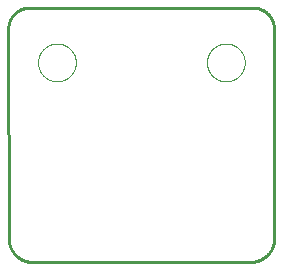
<source format=gbp>
G75*
%MOIN*%
%OFA0B0*%
%FSLAX25Y25*%
%IPPOS*%
%LPD*%
%AMOC8*
5,1,8,0,0,1.08239X$1,22.5*
%
%ADD10C,0.00000*%
%ADD11C,0.01000*%
D10*
X0011443Y0068035D02*
X0011445Y0068193D01*
X0011451Y0068351D01*
X0011461Y0068509D01*
X0011475Y0068667D01*
X0011493Y0068824D01*
X0011514Y0068981D01*
X0011540Y0069137D01*
X0011570Y0069293D01*
X0011603Y0069448D01*
X0011641Y0069601D01*
X0011682Y0069754D01*
X0011727Y0069906D01*
X0011776Y0070057D01*
X0011829Y0070206D01*
X0011885Y0070354D01*
X0011945Y0070500D01*
X0012009Y0070645D01*
X0012077Y0070788D01*
X0012148Y0070930D01*
X0012222Y0071070D01*
X0012300Y0071207D01*
X0012382Y0071343D01*
X0012466Y0071477D01*
X0012555Y0071608D01*
X0012646Y0071737D01*
X0012741Y0071864D01*
X0012838Y0071989D01*
X0012939Y0072111D01*
X0013043Y0072230D01*
X0013150Y0072347D01*
X0013260Y0072461D01*
X0013373Y0072572D01*
X0013488Y0072681D01*
X0013606Y0072786D01*
X0013727Y0072888D01*
X0013850Y0072988D01*
X0013976Y0073084D01*
X0014104Y0073177D01*
X0014234Y0073267D01*
X0014367Y0073353D01*
X0014502Y0073437D01*
X0014638Y0073516D01*
X0014777Y0073593D01*
X0014918Y0073665D01*
X0015060Y0073735D01*
X0015204Y0073800D01*
X0015350Y0073862D01*
X0015497Y0073920D01*
X0015646Y0073975D01*
X0015796Y0074026D01*
X0015947Y0074073D01*
X0016099Y0074116D01*
X0016252Y0074155D01*
X0016407Y0074191D01*
X0016562Y0074222D01*
X0016718Y0074250D01*
X0016874Y0074274D01*
X0017031Y0074294D01*
X0017189Y0074310D01*
X0017346Y0074322D01*
X0017505Y0074330D01*
X0017663Y0074334D01*
X0017821Y0074334D01*
X0017979Y0074330D01*
X0018138Y0074322D01*
X0018295Y0074310D01*
X0018453Y0074294D01*
X0018610Y0074274D01*
X0018766Y0074250D01*
X0018922Y0074222D01*
X0019077Y0074191D01*
X0019232Y0074155D01*
X0019385Y0074116D01*
X0019537Y0074073D01*
X0019688Y0074026D01*
X0019838Y0073975D01*
X0019987Y0073920D01*
X0020134Y0073862D01*
X0020280Y0073800D01*
X0020424Y0073735D01*
X0020566Y0073665D01*
X0020707Y0073593D01*
X0020846Y0073516D01*
X0020982Y0073437D01*
X0021117Y0073353D01*
X0021250Y0073267D01*
X0021380Y0073177D01*
X0021508Y0073084D01*
X0021634Y0072988D01*
X0021757Y0072888D01*
X0021878Y0072786D01*
X0021996Y0072681D01*
X0022111Y0072572D01*
X0022224Y0072461D01*
X0022334Y0072347D01*
X0022441Y0072230D01*
X0022545Y0072111D01*
X0022646Y0071989D01*
X0022743Y0071864D01*
X0022838Y0071737D01*
X0022929Y0071608D01*
X0023018Y0071477D01*
X0023102Y0071343D01*
X0023184Y0071207D01*
X0023262Y0071070D01*
X0023336Y0070930D01*
X0023407Y0070788D01*
X0023475Y0070645D01*
X0023539Y0070500D01*
X0023599Y0070354D01*
X0023655Y0070206D01*
X0023708Y0070057D01*
X0023757Y0069906D01*
X0023802Y0069754D01*
X0023843Y0069601D01*
X0023881Y0069448D01*
X0023914Y0069293D01*
X0023944Y0069137D01*
X0023970Y0068981D01*
X0023991Y0068824D01*
X0024009Y0068667D01*
X0024023Y0068509D01*
X0024033Y0068351D01*
X0024039Y0068193D01*
X0024041Y0068035D01*
X0024039Y0067877D01*
X0024033Y0067719D01*
X0024023Y0067561D01*
X0024009Y0067403D01*
X0023991Y0067246D01*
X0023970Y0067089D01*
X0023944Y0066933D01*
X0023914Y0066777D01*
X0023881Y0066622D01*
X0023843Y0066469D01*
X0023802Y0066316D01*
X0023757Y0066164D01*
X0023708Y0066013D01*
X0023655Y0065864D01*
X0023599Y0065716D01*
X0023539Y0065570D01*
X0023475Y0065425D01*
X0023407Y0065282D01*
X0023336Y0065140D01*
X0023262Y0065000D01*
X0023184Y0064863D01*
X0023102Y0064727D01*
X0023018Y0064593D01*
X0022929Y0064462D01*
X0022838Y0064333D01*
X0022743Y0064206D01*
X0022646Y0064081D01*
X0022545Y0063959D01*
X0022441Y0063840D01*
X0022334Y0063723D01*
X0022224Y0063609D01*
X0022111Y0063498D01*
X0021996Y0063389D01*
X0021878Y0063284D01*
X0021757Y0063182D01*
X0021634Y0063082D01*
X0021508Y0062986D01*
X0021380Y0062893D01*
X0021250Y0062803D01*
X0021117Y0062717D01*
X0020982Y0062633D01*
X0020846Y0062554D01*
X0020707Y0062477D01*
X0020566Y0062405D01*
X0020424Y0062335D01*
X0020280Y0062270D01*
X0020134Y0062208D01*
X0019987Y0062150D01*
X0019838Y0062095D01*
X0019688Y0062044D01*
X0019537Y0061997D01*
X0019385Y0061954D01*
X0019232Y0061915D01*
X0019077Y0061879D01*
X0018922Y0061848D01*
X0018766Y0061820D01*
X0018610Y0061796D01*
X0018453Y0061776D01*
X0018295Y0061760D01*
X0018138Y0061748D01*
X0017979Y0061740D01*
X0017821Y0061736D01*
X0017663Y0061736D01*
X0017505Y0061740D01*
X0017346Y0061748D01*
X0017189Y0061760D01*
X0017031Y0061776D01*
X0016874Y0061796D01*
X0016718Y0061820D01*
X0016562Y0061848D01*
X0016407Y0061879D01*
X0016252Y0061915D01*
X0016099Y0061954D01*
X0015947Y0061997D01*
X0015796Y0062044D01*
X0015646Y0062095D01*
X0015497Y0062150D01*
X0015350Y0062208D01*
X0015204Y0062270D01*
X0015060Y0062335D01*
X0014918Y0062405D01*
X0014777Y0062477D01*
X0014638Y0062554D01*
X0014502Y0062633D01*
X0014367Y0062717D01*
X0014234Y0062803D01*
X0014104Y0062893D01*
X0013976Y0062986D01*
X0013850Y0063082D01*
X0013727Y0063182D01*
X0013606Y0063284D01*
X0013488Y0063389D01*
X0013373Y0063498D01*
X0013260Y0063609D01*
X0013150Y0063723D01*
X0013043Y0063840D01*
X0012939Y0063959D01*
X0012838Y0064081D01*
X0012741Y0064206D01*
X0012646Y0064333D01*
X0012555Y0064462D01*
X0012466Y0064593D01*
X0012382Y0064727D01*
X0012300Y0064863D01*
X0012222Y0065000D01*
X0012148Y0065140D01*
X0012077Y0065282D01*
X0012009Y0065425D01*
X0011945Y0065570D01*
X0011885Y0065716D01*
X0011829Y0065864D01*
X0011776Y0066013D01*
X0011727Y0066164D01*
X0011682Y0066316D01*
X0011641Y0066469D01*
X0011603Y0066622D01*
X0011570Y0066777D01*
X0011540Y0066933D01*
X0011514Y0067089D01*
X0011493Y0067246D01*
X0011475Y0067403D01*
X0011461Y0067561D01*
X0011451Y0067719D01*
X0011445Y0067877D01*
X0011443Y0068035D01*
X0067742Y0068035D02*
X0067744Y0068193D01*
X0067750Y0068351D01*
X0067760Y0068509D01*
X0067774Y0068667D01*
X0067792Y0068824D01*
X0067813Y0068981D01*
X0067839Y0069137D01*
X0067869Y0069293D01*
X0067902Y0069448D01*
X0067940Y0069601D01*
X0067981Y0069754D01*
X0068026Y0069906D01*
X0068075Y0070057D01*
X0068128Y0070206D01*
X0068184Y0070354D01*
X0068244Y0070500D01*
X0068308Y0070645D01*
X0068376Y0070788D01*
X0068447Y0070930D01*
X0068521Y0071070D01*
X0068599Y0071207D01*
X0068681Y0071343D01*
X0068765Y0071477D01*
X0068854Y0071608D01*
X0068945Y0071737D01*
X0069040Y0071864D01*
X0069137Y0071989D01*
X0069238Y0072111D01*
X0069342Y0072230D01*
X0069449Y0072347D01*
X0069559Y0072461D01*
X0069672Y0072572D01*
X0069787Y0072681D01*
X0069905Y0072786D01*
X0070026Y0072888D01*
X0070149Y0072988D01*
X0070275Y0073084D01*
X0070403Y0073177D01*
X0070533Y0073267D01*
X0070666Y0073353D01*
X0070801Y0073437D01*
X0070937Y0073516D01*
X0071076Y0073593D01*
X0071217Y0073665D01*
X0071359Y0073735D01*
X0071503Y0073800D01*
X0071649Y0073862D01*
X0071796Y0073920D01*
X0071945Y0073975D01*
X0072095Y0074026D01*
X0072246Y0074073D01*
X0072398Y0074116D01*
X0072551Y0074155D01*
X0072706Y0074191D01*
X0072861Y0074222D01*
X0073017Y0074250D01*
X0073173Y0074274D01*
X0073330Y0074294D01*
X0073488Y0074310D01*
X0073645Y0074322D01*
X0073804Y0074330D01*
X0073962Y0074334D01*
X0074120Y0074334D01*
X0074278Y0074330D01*
X0074437Y0074322D01*
X0074594Y0074310D01*
X0074752Y0074294D01*
X0074909Y0074274D01*
X0075065Y0074250D01*
X0075221Y0074222D01*
X0075376Y0074191D01*
X0075531Y0074155D01*
X0075684Y0074116D01*
X0075836Y0074073D01*
X0075987Y0074026D01*
X0076137Y0073975D01*
X0076286Y0073920D01*
X0076433Y0073862D01*
X0076579Y0073800D01*
X0076723Y0073735D01*
X0076865Y0073665D01*
X0077006Y0073593D01*
X0077145Y0073516D01*
X0077281Y0073437D01*
X0077416Y0073353D01*
X0077549Y0073267D01*
X0077679Y0073177D01*
X0077807Y0073084D01*
X0077933Y0072988D01*
X0078056Y0072888D01*
X0078177Y0072786D01*
X0078295Y0072681D01*
X0078410Y0072572D01*
X0078523Y0072461D01*
X0078633Y0072347D01*
X0078740Y0072230D01*
X0078844Y0072111D01*
X0078945Y0071989D01*
X0079042Y0071864D01*
X0079137Y0071737D01*
X0079228Y0071608D01*
X0079317Y0071477D01*
X0079401Y0071343D01*
X0079483Y0071207D01*
X0079561Y0071070D01*
X0079635Y0070930D01*
X0079706Y0070788D01*
X0079774Y0070645D01*
X0079838Y0070500D01*
X0079898Y0070354D01*
X0079954Y0070206D01*
X0080007Y0070057D01*
X0080056Y0069906D01*
X0080101Y0069754D01*
X0080142Y0069601D01*
X0080180Y0069448D01*
X0080213Y0069293D01*
X0080243Y0069137D01*
X0080269Y0068981D01*
X0080290Y0068824D01*
X0080308Y0068667D01*
X0080322Y0068509D01*
X0080332Y0068351D01*
X0080338Y0068193D01*
X0080340Y0068035D01*
X0080338Y0067877D01*
X0080332Y0067719D01*
X0080322Y0067561D01*
X0080308Y0067403D01*
X0080290Y0067246D01*
X0080269Y0067089D01*
X0080243Y0066933D01*
X0080213Y0066777D01*
X0080180Y0066622D01*
X0080142Y0066469D01*
X0080101Y0066316D01*
X0080056Y0066164D01*
X0080007Y0066013D01*
X0079954Y0065864D01*
X0079898Y0065716D01*
X0079838Y0065570D01*
X0079774Y0065425D01*
X0079706Y0065282D01*
X0079635Y0065140D01*
X0079561Y0065000D01*
X0079483Y0064863D01*
X0079401Y0064727D01*
X0079317Y0064593D01*
X0079228Y0064462D01*
X0079137Y0064333D01*
X0079042Y0064206D01*
X0078945Y0064081D01*
X0078844Y0063959D01*
X0078740Y0063840D01*
X0078633Y0063723D01*
X0078523Y0063609D01*
X0078410Y0063498D01*
X0078295Y0063389D01*
X0078177Y0063284D01*
X0078056Y0063182D01*
X0077933Y0063082D01*
X0077807Y0062986D01*
X0077679Y0062893D01*
X0077549Y0062803D01*
X0077416Y0062717D01*
X0077281Y0062633D01*
X0077145Y0062554D01*
X0077006Y0062477D01*
X0076865Y0062405D01*
X0076723Y0062335D01*
X0076579Y0062270D01*
X0076433Y0062208D01*
X0076286Y0062150D01*
X0076137Y0062095D01*
X0075987Y0062044D01*
X0075836Y0061997D01*
X0075684Y0061954D01*
X0075531Y0061915D01*
X0075376Y0061879D01*
X0075221Y0061848D01*
X0075065Y0061820D01*
X0074909Y0061796D01*
X0074752Y0061776D01*
X0074594Y0061760D01*
X0074437Y0061748D01*
X0074278Y0061740D01*
X0074120Y0061736D01*
X0073962Y0061736D01*
X0073804Y0061740D01*
X0073645Y0061748D01*
X0073488Y0061760D01*
X0073330Y0061776D01*
X0073173Y0061796D01*
X0073017Y0061820D01*
X0072861Y0061848D01*
X0072706Y0061879D01*
X0072551Y0061915D01*
X0072398Y0061954D01*
X0072246Y0061997D01*
X0072095Y0062044D01*
X0071945Y0062095D01*
X0071796Y0062150D01*
X0071649Y0062208D01*
X0071503Y0062270D01*
X0071359Y0062335D01*
X0071217Y0062405D01*
X0071076Y0062477D01*
X0070937Y0062554D01*
X0070801Y0062633D01*
X0070666Y0062717D01*
X0070533Y0062803D01*
X0070403Y0062893D01*
X0070275Y0062986D01*
X0070149Y0063082D01*
X0070026Y0063182D01*
X0069905Y0063284D01*
X0069787Y0063389D01*
X0069672Y0063498D01*
X0069559Y0063609D01*
X0069449Y0063723D01*
X0069342Y0063840D01*
X0069238Y0063959D01*
X0069137Y0064081D01*
X0069040Y0064206D01*
X0068945Y0064333D01*
X0068854Y0064462D01*
X0068765Y0064593D01*
X0068681Y0064727D01*
X0068599Y0064863D01*
X0068521Y0065000D01*
X0068447Y0065140D01*
X0068376Y0065282D01*
X0068308Y0065425D01*
X0068244Y0065570D01*
X0068184Y0065716D01*
X0068128Y0065864D01*
X0068075Y0066013D01*
X0068026Y0066164D01*
X0067981Y0066316D01*
X0067940Y0066469D01*
X0067902Y0066622D01*
X0067869Y0066777D01*
X0067839Y0066933D01*
X0067813Y0067089D01*
X0067792Y0067246D01*
X0067774Y0067403D01*
X0067760Y0067561D01*
X0067750Y0067719D01*
X0067744Y0067877D01*
X0067742Y0068035D01*
D11*
X0001509Y0079268D02*
X0001600Y0009491D01*
X0001603Y0009295D01*
X0001610Y0009099D01*
X0001622Y0008903D01*
X0001639Y0008708D01*
X0001661Y0008513D01*
X0001688Y0008318D01*
X0001719Y0008125D01*
X0001755Y0007932D01*
X0001796Y0007740D01*
X0001842Y0007549D01*
X0001892Y0007360D01*
X0001947Y0007171D01*
X0002006Y0006984D01*
X0002070Y0006799D01*
X0002139Y0006615D01*
X0002212Y0006433D01*
X0002289Y0006252D01*
X0002371Y0006074D01*
X0002457Y0005898D01*
X0002548Y0005724D01*
X0002642Y0005552D01*
X0002741Y0005383D01*
X0002844Y0005216D01*
X0002952Y0005051D01*
X0003063Y0004889D01*
X0003178Y0004731D01*
X0003297Y0004574D01*
X0003419Y0004421D01*
X0003546Y0004271D01*
X0003676Y0004124D01*
X0003809Y0003981D01*
X0003947Y0003840D01*
X0004087Y0003703D01*
X0004231Y0003570D01*
X0004378Y0003440D01*
X0004528Y0003314D01*
X0004681Y0003191D01*
X0004838Y0003073D01*
X0004997Y0002958D01*
X0005158Y0002847D01*
X0005323Y0002740D01*
X0005490Y0002637D01*
X0005660Y0002538D01*
X0005831Y0002444D01*
X0006006Y0002353D01*
X0006182Y0002267D01*
X0006360Y0002186D01*
X0006541Y0002108D01*
X0006723Y0002036D01*
X0006907Y0001967D01*
X0007092Y0001903D01*
X0007280Y0001844D01*
X0007468Y0001790D01*
X0007658Y0001740D01*
X0007849Y0001694D01*
X0008041Y0001654D01*
X0008233Y0001618D01*
X0008427Y0001587D01*
X0008622Y0001560D01*
X0008817Y0001539D01*
X0009012Y0001522D01*
X0009208Y0001510D01*
X0009404Y0001502D01*
X0009600Y0001500D01*
X0082183Y0001500D01*
X0082376Y0001502D01*
X0082570Y0001509D01*
X0082763Y0001521D01*
X0082956Y0001537D01*
X0083148Y0001558D01*
X0083340Y0001584D01*
X0083531Y0001614D01*
X0083721Y0001649D01*
X0083911Y0001689D01*
X0084099Y0001733D01*
X0084286Y0001781D01*
X0084472Y0001835D01*
X0084657Y0001892D01*
X0084840Y0001954D01*
X0085022Y0002021D01*
X0085202Y0002092D01*
X0085380Y0002167D01*
X0085557Y0002246D01*
X0085731Y0002330D01*
X0085904Y0002418D01*
X0086074Y0002510D01*
X0086242Y0002606D01*
X0086407Y0002706D01*
X0086570Y0002810D01*
X0086731Y0002918D01*
X0086889Y0003030D01*
X0087044Y0003146D01*
X0087196Y0003265D01*
X0087345Y0003388D01*
X0087491Y0003515D01*
X0087635Y0003645D01*
X0087775Y0003779D01*
X0087911Y0003916D01*
X0088045Y0004056D01*
X0088175Y0004199D01*
X0088301Y0004346D01*
X0088424Y0004495D01*
X0088543Y0004647D01*
X0088659Y0004803D01*
X0088770Y0004961D01*
X0088878Y0005121D01*
X0088982Y0005284D01*
X0089082Y0005450D01*
X0089178Y0005618D01*
X0089270Y0005788D01*
X0089358Y0005961D01*
X0089441Y0006135D01*
X0089520Y0006312D01*
X0089595Y0006490D01*
X0089666Y0006670D01*
X0089732Y0006852D01*
X0089794Y0007036D01*
X0089851Y0007220D01*
X0089904Y0007406D01*
X0089953Y0007594D01*
X0089996Y0007782D01*
X0090036Y0007972D01*
X0090070Y0008162D01*
X0090100Y0008353D01*
X0090126Y0008545D01*
X0090147Y0008737D01*
X0090163Y0008930D01*
X0090174Y0009123D01*
X0090181Y0009317D01*
X0090183Y0009510D01*
X0090092Y0079287D01*
X0090092Y0079288D02*
X0090090Y0079459D01*
X0090083Y0079631D01*
X0090072Y0079802D01*
X0090057Y0079973D01*
X0090038Y0080144D01*
X0090015Y0080314D01*
X0089987Y0080483D01*
X0089956Y0080652D01*
X0089920Y0080820D01*
X0089880Y0080987D01*
X0089836Y0081153D01*
X0089788Y0081318D01*
X0089736Y0081481D01*
X0089680Y0081643D01*
X0089620Y0081804D01*
X0089556Y0081964D01*
X0089489Y0082121D01*
X0089417Y0082277D01*
X0089341Y0082431D01*
X0089262Y0082584D01*
X0089179Y0082734D01*
X0089093Y0082882D01*
X0089003Y0083028D01*
X0088909Y0083172D01*
X0088812Y0083314D01*
X0088711Y0083453D01*
X0088607Y0083589D01*
X0088500Y0083723D01*
X0088389Y0083854D01*
X0088275Y0083983D01*
X0088158Y0084109D01*
X0088038Y0084231D01*
X0087915Y0084351D01*
X0087789Y0084468D01*
X0087661Y0084581D01*
X0087529Y0084692D01*
X0087395Y0084799D01*
X0087259Y0084903D01*
X0087119Y0085003D01*
X0086978Y0085100D01*
X0086834Y0085194D01*
X0086688Y0085284D01*
X0086539Y0085370D01*
X0086389Y0085453D01*
X0086236Y0085532D01*
X0086082Y0085607D01*
X0085926Y0085679D01*
X0085768Y0085746D01*
X0085609Y0085810D01*
X0085448Y0085870D01*
X0085286Y0085925D01*
X0085122Y0085977D01*
X0084957Y0086025D01*
X0084791Y0086069D01*
X0084624Y0086108D01*
X0084456Y0086144D01*
X0084287Y0086175D01*
X0084118Y0086202D01*
X0083948Y0086225D01*
X0083777Y0086244D01*
X0083606Y0086259D01*
X0083435Y0086270D01*
X0083263Y0086276D01*
X0083092Y0086278D01*
X0083092Y0086277D02*
X0008509Y0086277D01*
X0008340Y0086275D01*
X0008171Y0086269D01*
X0008002Y0086259D01*
X0007833Y0086244D01*
X0007665Y0086226D01*
X0007497Y0086203D01*
X0007330Y0086177D01*
X0007163Y0086146D01*
X0006997Y0086112D01*
X0006832Y0086073D01*
X0006669Y0086031D01*
X0006506Y0085984D01*
X0006344Y0085934D01*
X0006184Y0085880D01*
X0006025Y0085821D01*
X0005867Y0085759D01*
X0005711Y0085694D01*
X0005557Y0085624D01*
X0005404Y0085551D01*
X0005254Y0085474D01*
X0005105Y0085393D01*
X0004958Y0085309D01*
X0004813Y0085222D01*
X0004670Y0085130D01*
X0004530Y0085036D01*
X0004392Y0084938D01*
X0004256Y0084837D01*
X0004123Y0084732D01*
X0003992Y0084625D01*
X0003864Y0084514D01*
X0003739Y0084400D01*
X0003616Y0084283D01*
X0003497Y0084163D01*
X0003380Y0084041D01*
X0003266Y0083915D01*
X0003156Y0083787D01*
X0003048Y0083656D01*
X0002944Y0083523D01*
X0002843Y0083387D01*
X0002745Y0083249D01*
X0002651Y0083108D01*
X0002560Y0082966D01*
X0002472Y0082821D01*
X0002388Y0082674D01*
X0002308Y0082525D01*
X0002231Y0082374D01*
X0002158Y0082221D01*
X0002089Y0082067D01*
X0002023Y0081910D01*
X0001961Y0081753D01*
X0001904Y0081594D01*
X0001849Y0081433D01*
X0001799Y0081272D01*
X0001753Y0081109D01*
X0001711Y0080945D01*
X0001672Y0080780D01*
X0001638Y0080614D01*
X0001608Y0080448D01*
X0001581Y0080280D01*
X0001559Y0080113D01*
X0001541Y0079944D01*
X0001527Y0079776D01*
X0001517Y0079607D01*
X0001511Y0079437D01*
X0001509Y0079268D01*
M02*

</source>
